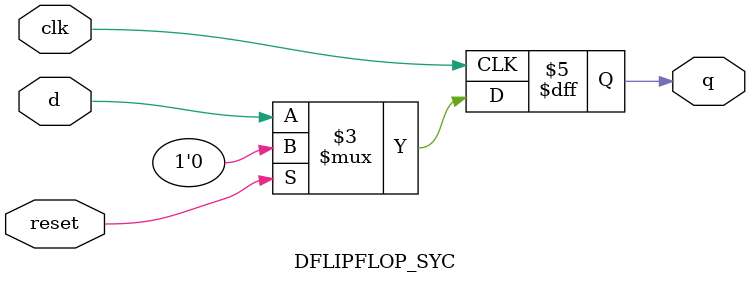
<source format=v>
`timescale 1ns / 1ps


module DFLIPFLOP_SYC(input clk, input d,input reset,output reg q);
always@(posedge clk) begin
if(reset)begin
   q<=1'b0;
end else begin
   q<=d;
   end 
end
endmodule


</source>
